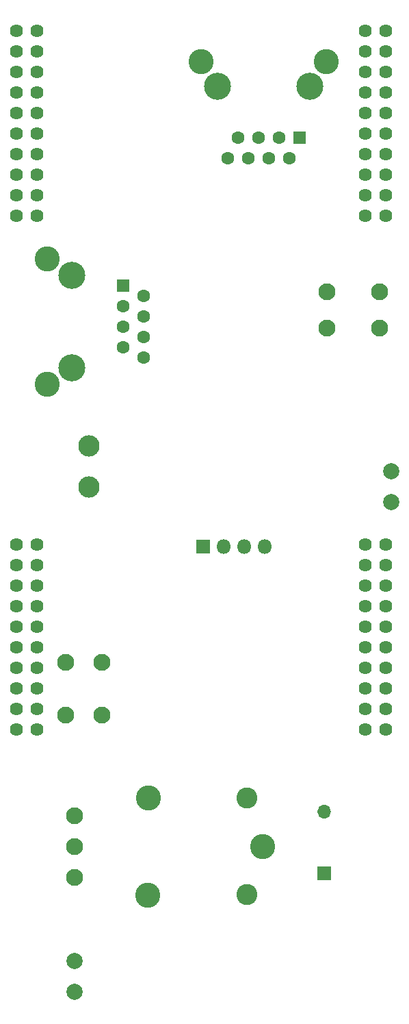
<source format=gbr>
%TF.GenerationSoftware,KiCad,Pcbnew,5.1.6-1.fc32*%
%TF.CreationDate,2021-02-06T17:56:30+01:00*%
%TF.ProjectId,New-New-ACNode-Shield,4e65772d-4e65-4772-9d41-434e6f64652d,rev?*%
%TF.SameCoordinates,Original*%
%TF.FileFunction,Soldermask,Bot*%
%TF.FilePolarity,Negative*%
%FSLAX46Y46*%
G04 Gerber Fmt 4.6, Leading zero omitted, Abs format (unit mm)*
G04 Created by KiCad (PCBNEW 5.1.6-1.fc32) date 2021-02-06 17:56:30*
%MOMM*%
%LPD*%
G01*
G04 APERTURE LIST*
%ADD10C,1.624000*%
%ADD11C,3.100000*%
%ADD12C,2.600000*%
%ADD13C,2.100000*%
%ADD14C,2.000000*%
%ADD15O,1.800000X1.800000*%
%ADD16R,1.800000X1.800000*%
%ADD17C,2.640000*%
%ADD18C,1.600000*%
%ADD19R,1.600000X1.600000*%
%ADD20C,3.350000*%
%ADD21O,1.700000X1.700000*%
%ADD22R,1.700000X1.700000*%
G04 APERTURE END LIST*
D10*
%TO.C,U2*%
X170180000Y-132080000D03*
X167640000Y-132080000D03*
X127000000Y-132080000D03*
X124460000Y-132080000D03*
X170180000Y-129540000D03*
X167640000Y-129540000D03*
X170180000Y-127000000D03*
X167640000Y-127000000D03*
X170180000Y-124460000D03*
X167640000Y-124460000D03*
X170180000Y-121920000D03*
X167640000Y-121920000D03*
X170180000Y-119380000D03*
X167640000Y-119380000D03*
X170180000Y-116840000D03*
X167640000Y-116840000D03*
X170180000Y-114300000D03*
X167640000Y-114300000D03*
X170180000Y-111760000D03*
X167640000Y-111760000D03*
X170180000Y-109220000D03*
X167640000Y-109220000D03*
X170180000Y-68580000D03*
X167640000Y-68580000D03*
X170180000Y-66040000D03*
X167640000Y-66040000D03*
X170180000Y-63500000D03*
X167640000Y-63500000D03*
X170180000Y-60960000D03*
X167640000Y-60960000D03*
X170180000Y-58420000D03*
X167640000Y-58420000D03*
X170180000Y-55880000D03*
X167640000Y-55880000D03*
X170180000Y-53340000D03*
X167640000Y-53340000D03*
X170180000Y-50800000D03*
X167640000Y-50800000D03*
X170180000Y-48260000D03*
X167640000Y-48260000D03*
X170180000Y-45720000D03*
X167640000Y-45720000D03*
X127000000Y-129540000D03*
X124460000Y-129540000D03*
X127000000Y-127000000D03*
X124460000Y-127000000D03*
X127000000Y-124460000D03*
X124460000Y-124460000D03*
X127000000Y-121920000D03*
X124460000Y-121920000D03*
X127000000Y-119380000D03*
X124460000Y-119380000D03*
X127000000Y-116840000D03*
X124460000Y-116840000D03*
X127000000Y-114300000D03*
X124460000Y-114300000D03*
X127000000Y-111760000D03*
X124460000Y-111760000D03*
X127000000Y-109220000D03*
X124460000Y-109220000D03*
X127000000Y-68580000D03*
X124460000Y-68580000D03*
X127000000Y-66040000D03*
X124460000Y-66040000D03*
X127000000Y-63500000D03*
X124460000Y-63500000D03*
X127000000Y-60960000D03*
X124460000Y-60960000D03*
X127000000Y-58420000D03*
X124460000Y-58420000D03*
X127000000Y-55880000D03*
X124460000Y-55880000D03*
X127000000Y-53340000D03*
X124460000Y-53340000D03*
X127000000Y-50800000D03*
X124460000Y-50800000D03*
X127000000Y-48260000D03*
X124460000Y-48260000D03*
X127000000Y-45720000D03*
X124460000Y-45720000D03*
%TD*%
D11*
%TO.C,K1*%
X154940000Y-146558000D03*
D12*
X152990000Y-152508000D03*
D11*
X140740000Y-152558000D03*
X140790000Y-140508000D03*
D12*
X152990000Y-140508000D03*
%TD*%
D13*
%TO.C,SW2*%
X130556000Y-123802000D03*
X135056000Y-123802000D03*
X130556000Y-130302000D03*
X135056000Y-130302000D03*
%TD*%
%TO.C,SW1*%
X169400000Y-78000000D03*
X169400000Y-82500000D03*
X162900000Y-78000000D03*
X162900000Y-82500000D03*
%TD*%
D14*
%TO.C,J7*%
X170844000Y-100198000D03*
X170844000Y-104008000D03*
%TD*%
D15*
%TO.C,J6*%
X155194000Y-109474000D03*
X152654000Y-109474000D03*
X150114000Y-109474000D03*
D16*
X147574000Y-109474000D03*
%TD*%
D14*
%TO.C,J5*%
X131670000Y-164470000D03*
X131670000Y-160660000D03*
%TD*%
D13*
%TO.C,J4*%
X131670000Y-150368000D03*
X131670000Y-146558000D03*
X131670000Y-142748000D03*
%TD*%
D17*
%TO.C,J3*%
X133490000Y-102088000D03*
X133490000Y-97008000D03*
%TD*%
D18*
%TO.C,J2*%
X153162000Y-61468000D03*
X150622000Y-61468000D03*
D11*
X162837000Y-49528000D03*
D18*
X158242000Y-61468000D03*
D19*
X159512000Y-58928000D03*
D18*
X151892000Y-58928000D03*
X155702000Y-61468000D03*
X154432000Y-58928000D03*
X156972000Y-58928000D03*
D20*
X160782000Y-52578000D03*
D11*
X147297000Y-49528000D03*
D20*
X149352000Y-52578000D03*
%TD*%
D18*
%TO.C,J1*%
X140208000Y-83566000D03*
X140208000Y-86106000D03*
D11*
X128268000Y-73891000D03*
D18*
X140208000Y-78486000D03*
D19*
X137668000Y-77216000D03*
D18*
X137668000Y-84836000D03*
X140208000Y-81026000D03*
X137668000Y-82296000D03*
X137668000Y-79756000D03*
D20*
X131318000Y-75946000D03*
D11*
X128268000Y-89431000D03*
D20*
X131318000Y-87376000D03*
%TD*%
D21*
%TO.C,D2*%
X162560000Y-142240000D03*
D22*
X162560000Y-149860000D03*
%TD*%
M02*

</source>
